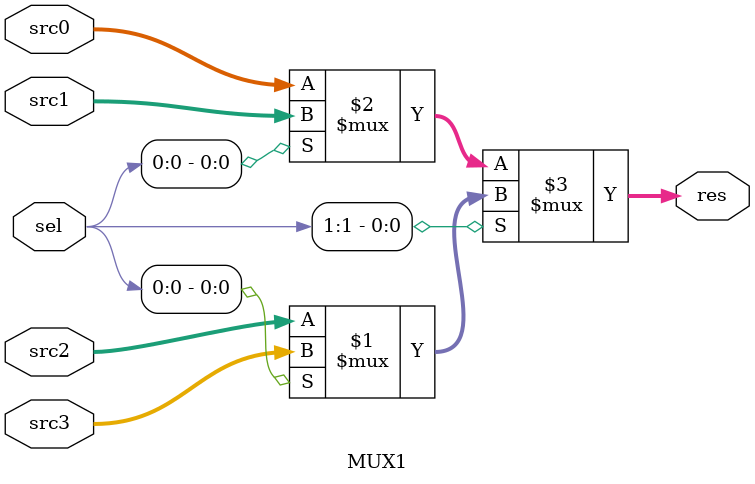
<source format=v>


//四选一选择器
module MUX1 # (
    parameter               WIDTH                   = 32
)(
    input                   [WIDTH-1 : 0]           src0, src1, src2, src3,
    input                   [      1 : 0]           sel,

    output                  [WIDTH-1 : 0]           res
);

    assign res = sel[1] ? (sel[0] ? src3 : src2) : (sel[0] ? src1 : src0);

endmodule


</source>
